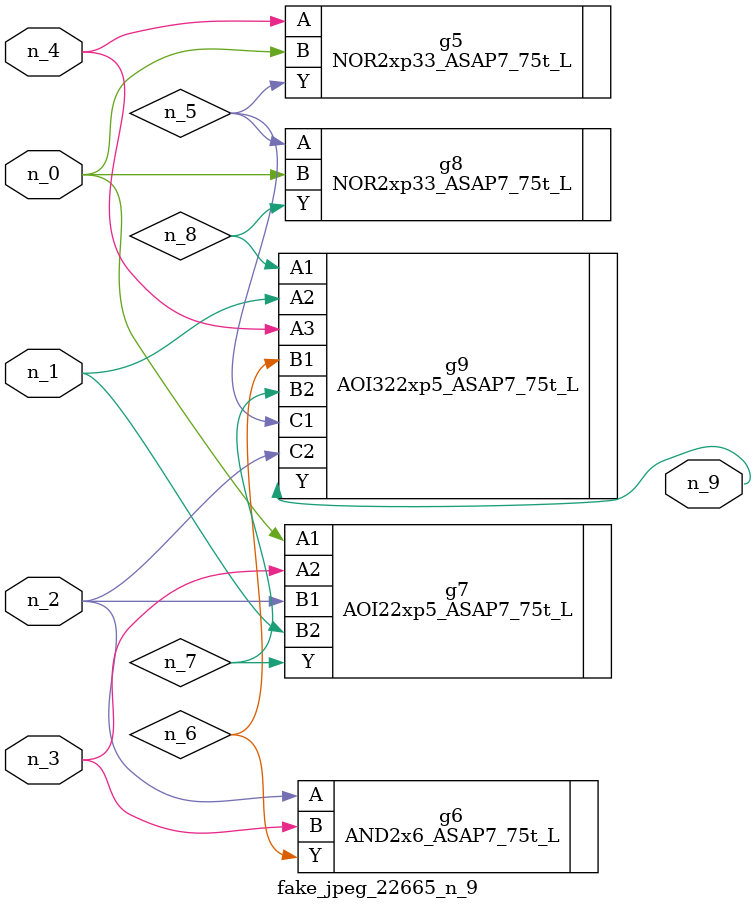
<source format=v>
module fake_jpeg_22665_n_9 (n_3, n_2, n_1, n_0, n_4, n_9);

input n_3;
input n_2;
input n_1;
input n_0;
input n_4;

output n_9;

wire n_8;
wire n_6;
wire n_5;
wire n_7;

NOR2xp33_ASAP7_75t_L g5 ( 
.A(n_4),
.B(n_0),
.Y(n_5)
);

AND2x6_ASAP7_75t_L g6 ( 
.A(n_2),
.B(n_3),
.Y(n_6)
);

AOI22xp5_ASAP7_75t_L g7 ( 
.A1(n_0),
.A2(n_3),
.B1(n_2),
.B2(n_1),
.Y(n_7)
);

NOR2xp33_ASAP7_75t_L g8 ( 
.A(n_5),
.B(n_0),
.Y(n_8)
);

AOI322xp5_ASAP7_75t_L g9 ( 
.A1(n_8),
.A2(n_1),
.A3(n_4),
.B1(n_6),
.B2(n_7),
.C1(n_5),
.C2(n_2),
.Y(n_9)
);


endmodule
</source>
